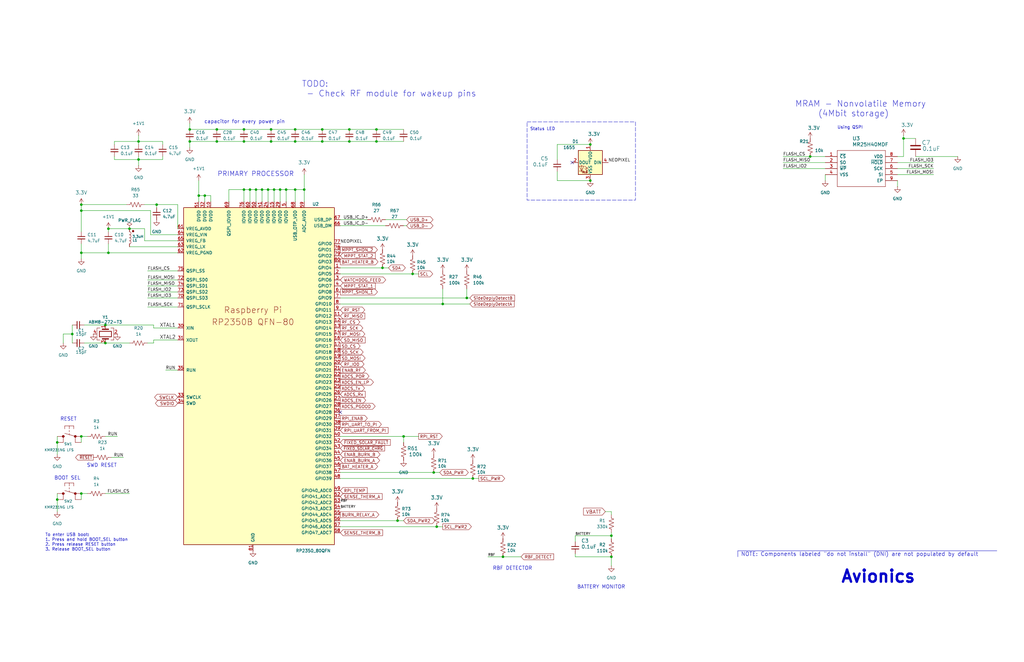
<source format=kicad_sch>
(kicad_sch (version 20231120) (generator "eeschema") (generator_version "8.0")
  (paper "USLedger")
  (title_block (title "PyCubed Mainboard") (date "2024-11-24") (rev "v06c") (company "Stanford Student Space Initiative") (comment 1 "Ethan Brinser"))
  (junction (at 34.29 208.28))
  (junction (at 124.46 59.69))
  (junction (at 186.69 128.27))
  (junction (at 45.72 96.52))
  (junction (at 34.29 88.9))
  (junction (at 114.3 54.61))
  (junction (at 58.42 67.31))
  (junction (at 199.39 201.93))
  (junction (at 248.92 76.2))
  (junction (at 24.13 186.69))
  (junction (at 34.29 106.68))
  (junction (at 80.01 54.61))
  (junction (at 147.32 59.69))
  (junction (at 120.65 80.01))
  (junction (at 128.27 80.01))
  (junction (at 173.99 115.57))
  (junction (at 381 58.42))
  (junction (at 105.41 80.01))
  (junction (at 91.44 59.69))
  (junction (at 341.63 66.04))
  (junction (at 44.45 137.16))
  (junction (at 167.64 219.71))
  (junction (at 102.87 80.01))
  (junction (at 158.75 54.61))
  (junction (at 86.36 82.55))
  (junction (at 248.92 60.96))
  (junction (at 184.15 222.25))
  (junction (at 257.81 234.95))
  (junction (at 66.04 86.36))
  (junction (at 34.29 184.15))
  (junction (at 54.61 96.52))
  (junction (at 102.87 59.69))
  (junction (at 170.18 184.15))
  (junction (at 102.87 54.61))
  (junction (at 83.82 82.55))
  (junction (at 44.45 144.78))
  (junction (at 257.81 226.06))
  (junction (at 147.32 54.61))
  (junction (at 115.57 80.01))
  (junction (at 58.42 59.69))
  (junction (at 107.95 80.01))
  (junction (at 124.46 54.61))
  (junction (at 34.29 86.36))
  (junction (at 91.44 54.61))
  (junction (at 24.13 210.82))
  (junction (at 182.88 199.39))
  (junction (at 158.75 59.69))
  (junction (at 212.09 234.95))
  (junction (at 118.11 80.01))
  (junction (at 135.89 54.61))
  (junction (at 114.3 59.69))
  (junction (at 110.49 80.01))
  (junction (at 45.72 106.68))
  (junction (at 196.85 125.73))
  (junction (at 113.03 80.01))
  (junction (at 80.01 59.69))
  (junction (at 30.48 140.97))
  (junction (at 135.89 59.69))
  (junction (at 161.29 113.03))
  (junction (at 124.46 80.01))
  (no_connect (at 241.3 68.58))
  (no_connect (at 143.51 173.99))
  (wire (pts (xy 74.93 138.43) (xy 64.77 138.43)))
  (wire (pts (xy 143.51 201.93) (xy 199.39 201.93)))
  (wire (pts (xy 54.61 104.14) (xy 74.93 104.14)))
  (wire (pts (xy 83.82 82.55) (xy 83.82 85.09)))
  (wire (pts (xy 135.89 54.61) (xy 147.32 54.61)))
  (wire (pts (xy 74.93 101.6) (xy 60.96 101.6)))
  (wire (pts (xy 24.13 210.82) (xy 24.13 215.9)))
  (wire (pts (xy 91.44 54.61) (xy 102.87 54.61)))
  (wire (pts (xy 48.26 67.31) (xy 58.42 67.31)))
  (wire (pts (xy 378.46 71.12) (xy 393.7 71.12)))
  (polyline (pts (xy 311.15 234.95) (xy 311.15 232.41)))
  (wire (pts (xy 34.29 210.82) (xy 34.29 208.28)))
  (wire (pts (xy 34.29 88.9) (xy 34.29 97.79)))
  (wire (pts (xy 257.81 234.95) (xy 257.81 238.76)))
  (wire (pts (xy 386.08 66.04) (xy 403.86 66.04)))
  (wire (pts (xy 62.23 123.19) (xy 74.93 123.19)))
  (wire (pts (xy 58.42 67.31) (xy 68.58 67.31)))
  (wire (pts (xy 45.72 102.87) (xy 45.72 106.68)))
  (wire (pts (xy 257.81 226.06) (xy 242.57 226.06)))
  (wire (pts (xy 381 66.04) (xy 381 58.42)))
  (wire (pts (xy 96.52 85.09) (xy 96.52 80.01)))
  (wire (pts (xy 35.56 144.78) (xy 44.45 144.78)))
  (wire (pts (xy 64.77 143.51) (xy 64.77 144.78)))
  (wire (pts (xy 143.51 113.03) (xy 161.29 113.03)))
  (wire (pts (xy 378.46 66.04) (xy 381 66.04)))
  (wire (pts (xy 80.01 54.61) (xy 91.44 54.61)))
  (wire (pts (xy 234.95 76.2) (xy 248.92 76.2)))
  (wire (pts (xy 154.94 92.71) (xy 143.51 92.71)))
  (wire (pts (xy 118.11 80.01) (xy 120.65 80.01)))
  (wire (pts (xy 80.01 52.07) (xy 80.01 54.61)))
  (wire (pts (xy 74.93 99.06) (xy 63.5 99.06)))
  (wire (pts (xy 205.74 234.95) (xy 212.09 234.95)))
  (wire (pts (xy 58.42 57.15) (xy 58.42 59.69)))
  (wire (pts (xy 53.34 86.36) (xy 34.29 86.36)))
  (wire (pts (xy 143.51 199.39) (xy 182.88 199.39)))
  (wire (pts (xy 45.72 96.52) (xy 54.61 96.52)))
  (wire (pts (xy 30.48 137.16) (xy 30.48 140.97)))
  (wire (pts (xy 44.45 184.15) (xy 49.53 184.15)))
  (wire (pts (xy 171.45 95.25) (xy 170.18 95.25)))
  (wire (pts (xy 118.11 80.01) (xy 118.11 85.09)))
  (wire (pts (xy 88.9 82.55) (xy 86.36 82.55)))
  (wire (pts (xy 257.81 226.06) (xy 257.81 227.33)))
  (wire (pts (xy 88.9 85.09) (xy 88.9 82.55)))
  (wire (pts (xy 185.42 199.39) (xy 182.88 199.39)))
  (wire (pts (xy 60.96 101.6) (xy 60.96 96.52)))
  (wire (pts (xy 62.23 114.3) (xy 74.93 114.3)))
  (wire (pts (xy 26.67 140.97) (xy 30.48 140.97)))
  (wire (pts (xy 170.18 184.15) (xy 170.18 186.69)))
  (wire (pts (xy 120.65 80.01) (xy 124.46 80.01)))
  (wire (pts (xy 48.26 60.96) (xy 48.26 59.69)))
  (wire (pts (xy 105.41 80.01) (xy 105.41 85.09)))
  (wire (pts (xy 124.46 54.61) (xy 135.89 54.61)))
  (wire (pts (xy 128.27 80.01) (xy 128.27 85.09)))
  (wire (pts (xy 102.87 54.61) (xy 114.3 54.61)))
  (wire (pts (xy 234.95 60.96) (xy 234.95 67.31)))
  (wire (pts (xy 45.72 106.68) (xy 74.93 106.68)))
  (wire (pts (xy 163.83 113.03) (xy 161.29 113.03)))
  (wire (pts (xy 330.2 68.58) (xy 347.98 68.58)))
  (wire (pts (xy 170.18 219.71) (xy 167.64 219.71)))
  (wire (pts (xy 58.42 67.31) (xy 58.42 69.85)))
  (wire (pts (xy 212.09 234.95) (xy 219.71 234.95)))
  (wire (pts (xy 63.5 88.9) (xy 34.29 88.9)))
  (wire (pts (xy 80.01 59.69) (xy 80.01 62.23)))
  (wire (pts (xy 115.57 80.01) (xy 118.11 80.01)))
  (wire (pts (xy 58.42 59.69) (xy 58.42 60.96)))
  (wire (pts (xy 74.93 86.36) (xy 66.04 86.36)))
  (wire (pts (xy 62.23 144.78) (xy 64.77 144.78)))
  (wire (pts (xy 124.46 80.01) (xy 124.46 85.09)))
  (wire (pts (xy 62.23 125.73) (xy 74.93 125.73)))
  (wire (pts (xy 347.98 73.66) (xy 347.98 76.2)))
  (wire (pts (xy 120.65 80.01) (xy 120.65 85.09)))
  (wire (pts (xy 26.67 144.78) (xy 26.67 140.97)))
  (wire (pts (xy 186.69 128.27) (xy 198.12 128.27)))
  (wire (pts (xy 242.57 233.68) (xy 242.57 234.95)))
  (wire (pts (xy 128.27 80.01) (xy 128.27 73.66)))
  (wire (pts (xy 30.48 140.97) (xy 30.48 144.78)))
  (wire (pts (xy 257.81 224.79) (xy 257.81 226.06)))
  (wire (pts (xy 147.32 54.61) (xy 158.75 54.61)))
  (wire (pts (xy 113.03 80.01) (xy 113.03 85.09)))
  (wire (pts (xy 115.57 80.01) (xy 115.57 85.09)))
  (wire (pts (xy 176.53 115.57) (xy 173.99 115.57)))
  (wire (pts (xy 44.45 208.28) (xy 54.61 208.28)))
  (wire (pts (xy 91.44 59.69) (xy 102.87 59.69)))
  (wire (pts (xy 234.95 60.96) (xy 248.92 60.96)))
  (wire (pts (xy 242.57 228.6) (xy 242.57 226.06)))
  (wire (pts (xy 107.95 80.01) (xy 107.95 85.09)))
  (wire (pts (xy 69.85 156.21) (xy 74.93 156.21)))
  (wire (pts (xy 110.49 80.01) (xy 110.49 85.09)))
  (wire (pts (xy 135.89 59.69) (xy 147.32 59.69)))
  (wire (pts (xy 96.52 80.01) (xy 102.87 80.01)))
  (wire (pts (xy 80.01 59.69) (xy 91.44 59.69)))
  (wire (pts (xy 386.08 58.42) (xy 381 58.42)))
  (wire (pts (xy 162.56 95.25) (xy 143.51 95.25)))
  (wire (pts (xy 124.46 59.69) (xy 135.89 59.69)))
  (wire (pts (xy 330.2 71.12) (xy 347.98 71.12)))
  (wire (pts (xy 34.29 106.68) (xy 34.29 109.22)))
  (wire (pts (xy 114.3 54.61) (xy 124.46 54.61)))
  (wire (pts (xy 158.75 59.69) (xy 170.18 59.69)))
  (wire (pts (xy 58.42 59.69) (xy 68.58 59.69)))
  (wire (pts (xy 74.93 143.51) (xy 64.77 143.51)))
  (wire (pts (xy 378.46 73.66) (xy 393.7 73.66)))
  (wire (pts (xy 105.41 80.01) (xy 107.95 80.01)))
  (wire (pts (xy 102.87 85.09) (xy 102.87 80.01)))
  (wire (pts (xy 45.72 96.52) (xy 45.72 97.79)))
  (wire (pts (xy 86.36 85.09) (xy 86.36 82.55)))
  (wire (pts (xy 114.3 59.69) (xy 124.46 59.69)))
  (wire (pts (xy 54.61 96.52) (xy 60.96 96.52)))
  (wire (pts (xy 378.46 76.2) (xy 378.46 78.74)))
  (wire (pts (xy 113.03 80.01) (xy 115.57 80.01)))
  (wire (pts (xy 74.93 86.36) (xy 74.93 96.52)))
  (wire (pts (xy 24.13 184.15) (xy 24.13 186.69)))
  (wire (pts (xy 171.45 92.71) (xy 162.56 92.71)))
  (wire (pts (xy 186.69 222.25) (xy 184.15 222.25)))
  (wire (pts (xy 34.29 208.28) (xy 36.83 208.28)))
  (wire (pts (xy 44.45 144.78) (xy 54.61 144.78)))
  (wire (pts (xy 48.26 66.04) (xy 48.26 67.31)))
  (wire (pts (xy 330.2 66.04) (xy 341.63 66.04)))
  (polyline (pts (xy 311.15 232.41) (xy 420.37 232.41)))
  (wire (pts (xy 341.63 66.04) (xy 347.98 66.04)))
  (wire (pts (xy 234.95 72.39) (xy 234.95 76.2)))
  (wire (pts (xy 46.99 193.04) (xy 52.07 193.04)))
  (wire (pts (xy 34.29 186.69) (xy 34.29 184.15)))
  (wire (pts (xy 34.29 102.87) (xy 34.29 106.68)))
  (wire (pts (xy 378.46 68.58) (xy 393.7 68.58)))
  (wire (pts (xy 196.85 125.73) (xy 198.12 125.73)))
  (wire (pts (xy 102.87 59.69) (xy 114.3 59.69)))
  (wire (pts (xy 196.85 121.92) (xy 196.85 125.73)))
  (wire (pts (xy 83.82 82.55) (xy 86.36 82.55)))
  (wire (pts (xy 83.82 76.2) (xy 83.82 82.55)))
  (wire (pts (xy 107.95 80.01) (xy 110.49 80.01)))
  (wire (pts (xy 35.56 137.16) (xy 44.45 137.16)))
  (wire (pts (xy 102.87 80.01) (xy 105.41 80.01)))
  (wire (pts (xy 34.29 106.68) (xy 45.72 106.68)))
  (wire (pts (xy 24.13 186.69) (xy 24.13 191.77)))
  (wire (pts (xy 143.51 128.27) (xy 186.69 128.27)))
  (wire (pts (xy 48.26 59.69) (xy 58.42 59.69)))
  (wire (pts (xy 62.23 120.65) (xy 74.93 120.65)))
  (wire (pts (xy 58.42 66.04) (xy 58.42 67.31)))
  (wire (pts (xy 34.29 86.36) (xy 34.29 88.9)))
  (wire (pts (xy 158.75 54.61) (xy 170.18 54.61)))
  (wire (pts (xy 24.13 208.28) (xy 24.13 210.82)))
  (wire (pts (xy 110.49 80.01) (xy 113.03 80.01)))
  (wire (pts (xy 381 58.42) (xy 381 57.15)))
  (wire (pts (xy 63.5 99.06) (xy 63.5 88.9)))
  (wire (pts (xy 147.32 59.69) (xy 158.75 59.69)))
  (wire (pts (xy 68.58 60.96) (xy 68.58 59.69)))
  (wire (pts (xy 143.51 219.71) (xy 167.64 219.71)))
  (wire (pts (xy 143.51 125.73) (xy 196.85 125.73)))
  (wire (pts (xy 255.27 215.9) (xy 257.81 215.9)))
  (wire (pts (xy 242.57 234.95) (xy 257.81 234.95)))
  (wire (pts (xy 201.93 201.93) (xy 199.39 201.93)))
  (wire (pts (xy 124.46 80.01) (xy 128.27 80.01)))
  (wire (pts (xy 68.58 66.04) (xy 68.58 67.31)))
  (wire (pts (xy 64.77 138.43) (xy 64.77 137.16)))
  (wire (pts (xy 257.81 215.9) (xy 257.81 217.17)))
  (wire (pts (xy 143.51 115.57) (xy 173.99 115.57)))
  (wire (pts (xy 66.04 86.36) (xy 66.04 87.63)))
  (wire (pts (xy 62.23 118.11) (xy 74.93 118.11)))
  (wire (pts (xy 143.51 222.25) (xy 184.15 222.25)))
  (wire (pts (xy 170.18 184.15) (xy 176.53 184.15)))
  (wire (pts (xy 62.23 129.54) (xy 74.93 129.54)))
  (wire (pts (xy 44.45 137.16) (xy 64.77 137.16)))
  (wire (pts (xy 66.04 86.36) (xy 60.96 86.36)))
  (wire (pts (xy 186.69 121.92) (xy 186.69 128.27)))
  (wire (pts (xy 143.51 184.15) (xy 170.18 184.15)))
  (wire (pts (xy 34.29 184.15) (xy 36.83 184.15)))
  (rectangle (start 222.25 51.435) (end 267.97 84.455) (stroke (width 0) (type dash)))
  (text "BATTERY MONITOR\n" (at 243.332 248.666 0) (effects (font (size 1.4986 1.4986)) (justify left bottom)))
  (text "PRIMARY PROCESSOR" (at 91.694 74.676 0) (effects (font (size 2.0066 2.0066)) (justify left bottom)))
  (text "SWD RESET\n" (at 36.576 197.358 0) (effects (font (size 1.4986 1.4986)) (justify left bottom)))
  (text "TODO:\n - Check RF module for wakeup pins" (at 127.254 37.592 0) (effects (font (size 2.54 2.54)) (justify left)))
  (text "Avionics" (at 354.33 246.38 0) (effects (font (size 5.08 5.08) (thickness 1.016) (bold yes)) (justify left bottom)))
  (text "MRAM - Nonvolatile Memory\n     (4Mbit storage)" (at 335.28 49.53 0) (effects (font (size 2.54 2.54)) (justify left bottom)))
  (text "BOOT SEL" (at 22.86 202.692 0) (effects (font (size 1.4986 1.4986)) (justify left bottom)))
  (text "Using QSPI" (at 353.06 54.61 0) (effects (font (size 1.27 1.27)) (justify left bottom)))
  (text "NOTE: Components labeled \"do not install\" (DNI) are not populated by default" (at 312.42 234.95 0) (effects (font (size 1.651 1.651)) (justify left bottom)))
  (text "RESET" (at 25.4 177.8 0) (effects (font (size 1.4986 1.4986)) (justify left bottom)))
  (text "RBF DETECTOR\n" (at 207.772 240.792 0) (effects (font (size 1.4986 1.4986)) (justify left bottom)))
  (text "To enter USB boot:\n1. Press and hold BOOT_SEL button\n2. Press release RESET button\n3. Release BOOT_SEL button" (at 19.05 228.854 0) (effects (font (size 1.27 1.27)) (justify left)))
  (text "capacitor for every power pin\n" (at 86.106 52.324 0) (effects (font (size 1.4986 1.4986)) (justify left bottom)))
  (text "Status LED" (at 223.52 55.245 0) (effects (font (size 1.27 1.27)) (justify left bottom)))
  (label "NEOPIXEL" (at 256.54 68.58 0))
  (label "USB_IC_D+" (at 144.78 92.71 0))
  (label "FLASH_CS" (at 54.61 208.28 180))
  (label "RUN" (at 52.07 193.04 180))
  (label "FLASH_SCK" (at 62.23 129.54 0))
  (label "RUN" (at 69.85 156.21 0))
  (label "RUN" (at 49.53 184.15 180))
  (label "RBF" (at 205.74 234.95 0) (effects (font (size 1.016 1.016))))
  (label "XTAL2" (at 67.31 143.51 0) (effects (font (size 1.524 1.524))))
  (label "FLASH_IO2" (at 62.23 123.19 0))
  (label "XTAL1" (at 67.31 138.43 0) (effects (font (size 1.524 1.524))))
  (label "FLASH_CS" (at 330.2 66.04 0))
  (label "FLASH_MOSI" (at 393.7 73.66 180))
  (label "FLASH_CS" (at 62.23 114.3 0))
  (label "NEOPIXEL" (at 143.51 102.87 0))
  (label "RBF" (at 143.51 212.09 0) (effects (font (size 1.016 1.016))))
  (label "FLASH_IO3" (at 393.7 68.58 180))
  (label "BATTERY" (at 143.51 214.63 0) (effects (font (size 1.016 1.016))))
  (label "FLASH_IO3" (at 62.23 125.73 0))
  (label "FLASH_IO2" (at 330.2 71.12 0))
  (label "USB_IC_D-" (at 144.78 95.25 0))
  (label "FLASH_MOSI" (at 62.23 118.11 0))
  (label "FLASH_MISO" (at 330.2 68.58 0))
  (label "FLASH_SCK" (at 393.7 71.12 180))
  (label "FLASH_MISO" (at 62.23 120.65 0))
  (label "BATTERY" (at 242.57 226.06 0) (effects (font (size 1.016 1.016))))
  (global_label "VBATT" (shape input) (at 255.27 215.9 180) (effects (font (size 1.4986 1.4986))) (property "Intersheetrefs" "${INTERSHEET_REFS}" (effects (hide yes))))
  (global_label "MPPT_STAT_2" (shape input) (at 143.51 107.95 0) (property "Intersheetrefs" "${INTERSHEET_REFS}" (effects (hide yes))))
  (global_label "SCL" (shape output) (at 176.53 115.57 0) (property "Intersheetrefs" "${INTERSHEET_REFS}" (effects (hide yes))))
  (global_label "RBF_DETECT" (shape input) (at 219.71 234.95 0) (property "Intersheetrefs" "${INTERSHEET_REFS}" (effects (hide yes))))
  (global_label "SD_MOSI" (shape output) (at 143.51 151.13 0) (property "Intersheetrefs" "${INTERSHEET_REFS}" (effects (hide yes))))
  (global_label "ADCS_POR" (shape output) (at 143.51 158.75 0) (property "Intersheetrefs" "${INTERSHEET_REFS}" (effects (hide yes))))
  (global_label "SWCLK" (shape bidirectional) (at 74.93 167.64 180) (property "Intersheetrefs" "${INTERSHEET_REFS}" (effects (hide yes))))
  (global_label "SCL_PWR" (shape output) (at 201.93 201.93 0) (property "Intersheetrefs" "${INTERSHEET_REFS}" (effects (hide yes))))
  (global_label "ENAB_BURN_B" (shape bidirectional) (at 143.51 191.77 0) (property "Intersheetrefs" "${INTERSHEET_REFS}" (effects (hide yes))))
  (global_label "BAT_HEATER_A" (shape output) (at 143.51 196.85 0) (property "Intersheetrefs" "${INTERSHEET_REFS}" (effects (hide yes))))
  (global_label "WATCHDOG_FEED" (shape bidirectional) (at 143.51 118.11 0) (property "Intersheetrefs" "${INTERSHEET_REFS}" (effects (hide yes))))
  (global_label "RPI_TEMP" (shape input) (at 143.51 207.01 0) (property "Intersheetrefs" "${INTERSHEET_REFS}" (effects (hide yes))))
  (global_label "~{FIXED_SOLAR_CHRG}" (shape input) (at 143.51 189.23 0) (effects (font (size 1.143 1.143))) (property "Intersheetrefs" "${INTERSHEET_REFS}" (effects (hide yes))))
  (global_label "~{MPPT_SHDN_1}" (shape output) (at 143.51 123.19 0) (property "Intersheetrefs" "${INTERSHEET_REFS}" (effects (hide yes))))
  (global_label "BAT_HEATER_B" (shape output) (at 143.51 110.49 0) (property "Intersheetrefs" "${INTERSHEET_REFS}" (effects (hide yes))))
  (global_label "ADCS_PGOOD" (shape output) (at 143.51 171.45 0) (property "Intersheetrefs" "${INTERSHEET_REFS}" (effects (hide yes))))
  (global_label "USB_D+" (shape bidirectional) (at 171.45 92.71 0) (property "Intersheetrefs" "${INTERSHEET_REFS}" (effects (hide yes))))
  (global_label "RPI_UART_TO_PI" (shape output) (at 143.51 179.07 0) (property "Intersheetrefs" "${INTERSHEET_REFS}" (effects (hide yes))))
  (global_label "RF_MOSI" (shape output) (at 143.51 140.97 0) (property "Intersheetrefs" "${INTERSHEET_REFS}" (effects (hide yes))))
  (global_label "RF_MISO" (shape input) (at 143.51 133.35 0) (property "Intersheetrefs" "${INTERSHEET_REFS}" (effects (hide yes))))
  (global_label "RPI_ENAB" (shape output) (at 143.51 176.53 0) (property "Intersheetrefs" "${INTERSHEET_REFS}" (effects (hide yes))))
  (global_label "SENSE_THERM_B" (shape input) (at 143.51 224.79 0) (property "Intersheetrefs" "${INTERSHEET_REFS}" (effects (hide yes))))
  (global_label "MPPT_STAT_1" (shape input) (at 143.51 120.65 0) (property "Intersheetrefs" "${INTERSHEET_REFS}" (effects (hide yes))))
  (global_label "SDA_PWR" (shape bidirectional) (at 185.42 199.39 0) (property "Intersheetrefs" "${INTERSHEET_REFS}" (effects (hide yes))))
  (global_label "USB_D-" (shape bidirectional) (at 171.45 95.25 0) (property "Intersheetrefs" "${INTERSHEET_REFS}" (effects (hide yes))))
  (global_label "ADCS_EN" (shape output) (at 143.51 168.91 0) (property "Intersheetrefs" "${INTERSHEET_REFS}" (effects (hide yes))))
  (global_label "ADCS_Rx" (shape input) (at 143.51 166.37 0) (property "Intersheetrefs" "${INTERSHEET_REFS}" (effects (hide yes))))
  (global_label "SDA" (shape bidirectional) (at 163.83 113.03 0) (property "Intersheetrefs" "${INTERSHEET_REFS}" (effects (hide yes))))
  (global_label "SD_CS" (shape output) (at 143.51 146.05 0) (property "Intersheetrefs" "${INTERSHEET_REFS}" (effects (hide yes))))
  (global_label "RF_RST" (shape bidirectional) (at 143.51 130.81 0) (property "Intersheetrefs" "${INTERSHEET_REFS}" (effects (hide yes))))
  (global_label "RPI_RST" (shape output) (at 176.53 184.15 0) (property "Intersheetrefs" "${INTERSHEET_REFS}" (effects (hide yes))))
  (global_label "~{RESET}" (shape output) (at 39.37 193.04 180) (effects (font (size 1.1684 1.1684))) (property "Intersheetrefs" "${INTERSHEET_REFS}" (effects (hide yes))))
  (global_label "~{MPPT_SHDN_2}" (shape output) (at 143.51 105.41 0) (property "Intersheetrefs" "${INTERSHEET_REFS}" (effects (hide yes))))
  (global_label "SD_SCK" (shape output) (at 143.51 148.59 0) (property "Intersheetrefs" "${INTERSHEET_REFS}" (effects (hide yes))))
  (global_label "RPI_UART_FROM_PI" (shape input) (at 143.51 181.61 0) (property "Intersheetrefs" "${INTERSHEET_REFS}" (effects (hide yes))))
  (global_label "RF_SCK" (shape output) (at 143.51 138.43 0) (property "Intersheetrefs" "${INTERSHEET_REFS}" (effects (hide yes))))
  (global_label "RF_IO0" (shape bidirectional) (at 143.51 153.67 0) (property "Intersheetrefs" "${INTERSHEET_REFS}" (effects (hide yes))))
  (global_label "ADCS_EN_LP" (shape output) (at 143.51 161.29 0) (property "Intersheetrefs" "${INTERSHEET_REFS}" (effects (hide yes))))
  (global_label "SD_MISO" (shape input) (at 143.51 143.51 0) (property "Intersheetrefs" "${INTERSHEET_REFS}" (effects (hide yes))))
  (global_label "BURN_RELAY_A" (shape output) (at 143.51 217.17 0) (property "Intersheetrefs" "${INTERSHEET_REFS}" (effects (hide yes))))
  (global_label "SideDeplyDetectB" (shape input) (at 198.12 125.73 0) (property "Intersheetrefs" "${INTERSHEET_REFS}" (effects (hide yes))))
  (global_label "SideDeplyDetectA" (shape input) (at 198.12 128.27 0) (property "Intersheetrefs" "${INTERSHEET_REFS}" (effects (hide yes))))
  (global_label "SDA_PWR2" (shape bidirectional) (at 170.18 219.71 0) (property "Intersheetrefs" "${INTERSHEET_REFS}" (effects (hide yes))))
  (global_label "SWDIO" (shape bidirectional) (at 74.93 170.18 180) (property "Intersheetrefs" "${INTERSHEET_REFS}" (effects (hide yes))))
  (global_label "RF_CS" (shape output) (at 143.51 135.89 0) (property "Intersheetrefs" "${INTERSHEET_REFS}" (effects (hide yes))))
  (global_label "SCL_PWR2" (shape output) (at 186.69 222.25 0) (property "Intersheetrefs" "${INTERSHEET_REFS}" (effects (hide yes))))
  (global_label "ADCS_Tx" (shape output) (at 143.51 163.83 0) (property "Intersheetrefs" "${INTERSHEET_REFS}" (effects (hide yes))))
  (global_label "ENAB_BURN_A" (shape bidirectional) (at 143.51 194.31 0) (property "Intersheetrefs" "${INTERSHEET_REFS}" (effects (hide yes))))
  (global_label "ENAB_RF" (shape output) (at 143.51 156.21 0) (property "Intersheetrefs" "${INTERSHEET_REFS}" (effects (hide yes))))
  (global_label "~{FIXED_SOLAR_FAULT}" (shape input) (at 143.51 186.69 0) (property "Intersheetrefs" "${INTERSHEET_REFS}" (effects (hide yes))))
  (global_label "SENSE_THERM_A" (shape input) (at 143.51 209.55 0) (property "Intersheetrefs" "${INTERSHEET_REFS}" (effects (hide yes))))
  (symbol (lib_id "ssi_IC:RP2350_80QFN") (at 106.68 135.89 0) (unit 1)
    (property "Reference" "U2" (at 133.096 86.106 0))
    (property "Value" "RP2350_80QFN" (at 132.08 232.41 0))
    (property "Footprint" "ssi_IC:RP2350-QFN-80-1EP_10x10_P0.4mm_EP3.4x3.4mm_ThermalVias" (effects (hide yes)))
    (property "Datasheet" "https://datasheets.raspberrypi.com/rp2350/rp2350-datasheet.pdf" (effects (hide yes)))
  )
  (symbol (lib_id "Device:C_Small") (at 34.29 100.33 0) (unit 1)
    (property "Reference" "C11" (at 36.83 99.0662 0) (effects (justify left)))
    (property "Value" "4.7uF" (at 36.83 101.6062 0) (effects (justify left)))
    (property "Footprint" "Capacitor_SMD:C_0603_1608Metric" (effects (hide yes)))
    (property "Description" "Unpolarized capacitor, small symbol" (effects (hide yes)))
  )
  (symbol (lib_id "Device:C_Small") (at 102.87 57.15 0) (unit 1)
    (property "Reference" "C40" (at 105.41 55.8862 0) (effects (justify left)))
    (property "Value" "0.1uF" (at 105.41 58.4262 0) (effects (justify left)))
    (property "Footprint" "Capacitor_SMD:C_0603_1608Metric" (effects (hide yes)))
    (property "Description" "Unpolarized capacitor, small symbol" (effects (hide yes)))
  )
  (symbol (lib_id "Device:R_US") (at 158.75 92.71 90) (unit 1)
    (property "Reference" "R66" (at 158.75 86.36 90))
    (property "Value" "27" (at 158.75 88.9 90))
    (property "Footprint" "Resistor_SMD:R_0603_1608Metric" (effects (hide yes)))
    (property "Description" "Resistor, US symbol" (effects (hide yes)))
  )
  (symbol (lib_id "power:+3.3V") (at 173.99 107.95 0) (unit 1)
    (property "Reference" "#SUPPLY013" (effects (hide yes)))
    (property "Value" "3.3V" (at 171.45 104.14 0) (effects (font (size 1.4986 1.4986)) (justify left bottom)))
    (property "Description" "Power symbol creates a global label with name \"+3.3V\"" (effects (hide yes)))
  )
  (symbol (lib_id "Device:C_Small") (at 114.3 57.15 0) (unit 1)
    (property "Reference" "C45" (at 116.84 55.8862 0) (effects (justify left)))
    (property "Value" "0.1uF" (at 116.84 58.4262 0) (effects (justify left)))
    (property "Footprint" "Capacitor_SMD:C_0603_1608Metric" (effects (hide yes)))
    (property "Description" "Unpolarized capacitor, small symbol" (effects (hide yes)))
  )
  (symbol (lib_id "power:GND") (at 378.46 78.74 0) (unit 1)
    (property "Reference" "#PWR017" (effects (hide yes)))
    (property "Value" "GND" (at 378.46 83.82 0))
  )
  (symbol (lib_id "power:+3.3V") (at 184.15 214.63 0) (unit 1)
    (property "Reference" "#SUPPLY017" (effects (hide yes)))
    (property "Value" "3.3V" (at 181.61 210.82 0) (effects (font (size 1.4986 1.4986)) (justify left bottom)))
    (property "Description" "Power symbol creates a global label with name \"+3.3V\"" (effects (hide yes)))
  )
  (symbol (lib_id "Device:R_US") (at 161.29 109.22 0) (mirror y) (unit 1)
    (property "Reference" "R44" (at 163.0172 108.0516 0) (effects (justify right)))
    (property "Value" "10k" (at 163.0172 110.363 0) (effects (justify right)))
    (property "Footprint" "Resistor_SMD:R_0603_1608Metric" (effects (hide yes)))
    (property "Description" "10K 0603" (effects (hide yes)))
  )
  (symbol (lib_id "ssi_switch:KMR231NG LFS") (at 29.21 184.15 0) (mirror y) (unit 1)
    (property "Reference" "SW1" (at 30.48 187.96 0) (effects (font (size 1.0668 1.0668)) (justify left bottom)))
    (property "Value" "KMR231NG LFS" (at 31.115 190.5 0) (effects (font (size 1.0668 1.0668)) (justify left bottom)))
    (property "Footprint" "ssi_switch:BTN_KMR2_4.6X2.8" (effects (hide yes)))
    (property "Datasheet" "https://www.ckswitches.com/media/1479/kmr2.pdf" (effects (hide yes)))
    (property "Description" "Tactile Switch SPST-NO" (effects (hide yes)))
    (property "Flight" "KMR231NG LFS" (effects (hide yes)))
    (property "Manufacturer_Name" "C&K" (effects (hide yes)))
    (property "Manufacturer_Part_Number" "KMR231NG LFS" (effects (hide yes)))
    (property "Proto" "KMR231NG LFS" (effects (hide yes)))
  )
  (symbol (lib_id "Device:R_US") (at 170.18 190.5 180) (unit 1)
    (property "Reference" "R61" (at 173.99 189.23 0) (effects (font (size 1.4986 1.4986))))
    (property "Value" "100k" (at 175.26 191.77 0) (effects (font (size 1.4986 1.4986))))
    (property "Footprint" "Resistor_SMD:R_0603_1608Metric" (effects (hide yes)))
    (property "Description" "73.2K 0603" (effects (hide yes)))
  )
  (symbol (lib_id "Device:C") (at 386.08 62.23 0) (unit 1)
    (property "Reference" "C7" (at 388.62 61.214 0) (effects (font (size 1.778 1.778)) (justify left bottom)))
    (property "Value" "0.1uF" (at 388.874 63.754 0) (effects (font (size 1.778 1.778)) (justify left bottom)))
    (property "Footprint" "Capacitor_SMD:C_0603_1608Metric" (effects (hide yes)))
    (property "Description" "Unpolarized capacitor" (effects (hide yes)))
  )
  (symbol (lib_id "power:+3.3V") (at 80.01 52.07 0) (unit 1)
    (property "Reference" "#P+04" (effects (hide yes)))
    (property "Value" "3.3V" (at 80.01 46.99 0) (effects (font (size 1.4986 1.4986))))
    (property "Description" "Power symbol creates a global label with name \"+3.3V\"" (effects (hide yes)))
  )
  (symbol (lib_id "Device:C_Small") (at 242.57 231.14 0) (mirror y) (unit 1)
    (property "Reference" "C3" (at 245.11 227.33 0) (effects (font (size 1.4986 1.4986)) (justify right top)))
    (property "Value" "0.1uF" (at 245.11 229.87 0) (effects (font (size 1.4986 1.4986)) (justify right top)))
    (property "Footprint" "Capacitor_SMD:C_0603_1608Metric" (effects (hide yes)))
    (property "Description" "Unpolarized capacitor, small symbol" (effects (hide yes)))
  )
  (symbol (lib_id "Device:R_US") (at 40.64 184.15 90) (unit 1)
    (property "Reference" "R3" (at 40.64 177.8 90))
    (property "Value" "1k" (at 40.64 180.34 90))
    (property "Footprint" "Resistor_SMD:R_0603_1608Metric" (effects (hide yes)))
    (property "Description" "Resistor, US symbol" (effects (hide yes)))
  )
  (symbol (lib_id "power:+1V1") (at 45.72 96.52 0) (unit 1)
    (property "Reference" "#PWR067" (effects (hide yes)))
    (property "Value" "+1V1" (at 45.72 91.44 0))
    (property "Description" "Power symbol creates a global label with name \"+1V1\"" (effects (hide yes)))
  )
  (symbol (lib_id "Device:C_Small") (at 80.01 57.15 0) (unit 1)
    (property "Reference" "C16" (at 82.55 55.8862 0) (effects (justify left)))
    (property "Value" "0.1uF" (at 82.55 58.4262 0) (effects (justify left)))
    (property "Footprint" "Capacitor_SMD:C_0603_1608Metric" (effects (hide yes)))
    (property "Description" "Unpolarized capacitor, small symbol" (effects (hide yes)))
  )
  (symbol (lib_id "Device:R_US") (at 257.81 231.14 180) (unit 1)
    (property "Reference" "R2" (at 254 229.87 0))
    (property "Value" "110k" (at 254 232.41 0))
    (property "Footprint" "Resistor_SMD:R_0603_1608Metric" (effects (hide yes)))
    (property "Description" "110K 0603" (effects (hide yes)))
  )
  (symbol (lib_id "Device:Crystal_GND24") (at 44.45 140.97 270) (unit 1)
    (property "Reference" "Y1" (at 43.18 133.858 90) (effects (justify left)))
    (property "Value" "ABM8-272-T3" (at 37.338 135.89 90) (effects (justify left)))
    (property "Footprint" "Crystal:Crystal_SMD_3225-4Pin_3.2x2.5mm" (effects (hide yes)))
    (property "Datasheet" "https://abracon.com/datasheets/ABM8-272-T3.pdf" (effects (hide yes)))
  )
  (symbol (lib_id "power:+3.3V") (at 167.64 212.09 0) (unit 1)
    (property "Reference" "#SUPPLY016" (effects (hide yes)))
    (property "Value" "3.3V" (at 165.1 208.28 0) (effects (font (size 1.4986 1.4986)) (justify left bottom)))
    (property "Description" "Power symbol creates a global label with name \"+3.3V\"" (effects (hide yes)))
  )
  (symbol (lib_id "Device:C_Small") (at 58.42 63.5 0) (unit 1)
    (property "Reference" "C14" (at 60.96 62.2362 0) (effects (justify left)))
    (property "Value" "0.1uF" (at 60.96 64.7762 0) (effects (justify left)))
    (property "Footprint" "Capacitor_SMD:C_0603_1608Metric" (effects (hide yes)))
    (property "Description" "Unpolarized capacitor, small symbol" (effects (hide yes)))
  )
  (symbol (lib_id "Device:R_US") (at 167.64 215.9 0) (mirror y) (unit 1)
    (property "Reference" "R73" (at 169.3672 214.7316 0) (effects (justify right)))
    (property "Value" "10k" (at 169.3672 217.043 0) (effects (justify right)))
    (property "Footprint" "Resistor_SMD:R_0603_1608Metric" (effects (hide yes)))
    (property "Description" "10K 0603" (effects (hide yes)))
  )
  (symbol (lib_id "Device:R_US") (at 184.15 218.44 0) (mirror y) (unit 1)
    (property "Reference" "R74" (at 185.8772 217.2716 0) (effects (justify right)))
    (property "Value" "10k" (at 185.8772 219.583 0) (effects (justify right)))
    (property "Footprint" "Resistor_SMD:R_0603_1608Metric" (effects (hide yes)))
    (property "Description" "10K 0603" (effects (hide yes)))
  )
  (symbol (lib_id "power:+3.3V") (at 128.27 73.66 0) (unit 1)
    (property "Reference" "#P+07" (effects (hide yes)))
    (property "Value" "3.3V" (at 128.27 68.58 0) (effects (font (size 1.4986 1.4986))))
    (property "Description" "Power symbol creates a global label with name \"+3.3V\"" (effects (hide yes)))
  )
  (symbol (lib_id "power:GND") (at 66.04 92.71 0) (unit 1)
    (property "Reference" "#PWR056" (effects (hide yes)))
    (property "Value" "GND" (at 66.04 97.79 0))
    (property "Description" "Power symbol creates a global label with name \"GND\" , ground" (effects (hide yes)))
  )
  (symbol (lib_id "power:GND") (at 49.53 140.97 0) (unit 1)
    (property "Reference" "#PWR063" (effects (hide yes)))
    (property "Value" "GND" (at 49.53 146.05 0))
    (property "Description" "Power symbol creates a global label with name \"GND\" , ground" (effects (hide yes)))
  )
  (symbol (lib_id "Device:C_Small") (at 68.58 63.5 0) (unit 1)
    (property "Reference" "C15" (at 71.12 62.2362 0) (effects (justify left)))
    (property "Value" "4.7uF" (at 71.12 64.7762 0) (effects (justify left)))
    (property "Footprint" "Capacitor_SMD:C_0603_1608Metric" (effects (hide yes)))
    (property "Description" "Unpolarized capacitor, small symbol" (effects (hide yes)))
  )
  (symbol (lib_id "Device:C_Small") (at 135.89 57.15 0) (unit 1)
    (property "Reference" "C47" (at 138.43 55.8862 0) (effects (justify left)))
    (property "Value" "0.1uF" (at 138.43 58.4262 0) (effects (justify left)))
    (property "Footprint" "Capacitor_SMD:C_0603_1608Metric" (effects (hide yes)))
    (property "Description" "Unpolarized capacitor, small symbol" (effects (hide yes)))
  )
  (symbol (lib_id "Device:R_US") (at 166.37 95.25 90) (unit 1)
    (property "Reference" "R67" (at 166.37 88.9 90))
    (property "Value" "27" (at 166.37 91.44 90))
    (property "Footprint" "Resistor_SMD:R_0603_1608Metric" (effects (hide yes)))
    (property "Description" "Resistor, US symbol" (effects (hide yes)))
  )
  (symbol (lib_id "Device:R_US") (at 186.69 118.11 0) (unit 1)
    (property "Reference" "R27" (at 189.23 116.84 0) (effects (justify left)))
    (property "Value" "100k" (at 189.23 119.38 0) (effects (justify left)))
    (property "Footprint" "Resistor_SMD:R_0603_1608Metric" (effects (hide yes)))
  )
  (symbol (lib_id "power:GND") (at 34.29 109.22 0) (unit 1)
    (property "Reference" "#PWR068" (effects (hide yes)))
    (property "Value" "GND" (at 34.29 114.3 0))
    (property "Description" "Power symbol creates a global label with name \"GND\" , ground" (effects (hide yes)))
  )
  (symbol (lib_id "power:+3.3V") (at 186.69 114.3 0) (unit 1)
    (property "Reference" "#SUPPLY010" (effects (hide yes)))
    (property "Value" "3.3V" (at 184.15 110.49 0) (effects (font (size 1.4986 1.4986)) (justify left bottom)))
    (property "Description" "Power symbol creates a global label with name \"+3.3V\"" (effects (hide yes)))
  )
  (symbol (lib_id "power:GND") (at 170.18 194.31 0) (unit 1)
    (property "Reference" "#PWR08" (effects (hide yes)))
    (property "Value" "GND" (at 170.18 199.39 0))
  )
  (symbol (lib_id "power:GND") (at 24.13 191.77 0) (unit 1)
    (property "Reference" "#PWR05" (effects (hide yes)))
    (property "Value" "GND" (at 24.13 196.85 0))
  )
  (symbol (lib_id "Device:R_US") (at 43.18 193.04 90) (unit 1)
    (property "Reference" "R23" (at 43.18 186.69 90))
    (property "Value" "1k" (at 43.18 189.23 90))
    (property "Footprint" "Resistor_SMD:R_0603_1608Metric" (effects (hide yes)))
    (property "Description" "Resistor, US symbol" (effects (hide yes)))
  )
  (symbol (lib_id "power:+3.3V") (at 34.29 86.36 0) (unit 1)
    (property "Reference" "#P+05" (effects (hide yes)))
    (property "Value" "3.3V" (at 34.29 81.28 0) (effects (font (size 1.4986 1.4986))))
    (property "Description" "Power symbol creates a global label with name \"+3.3V\"" (effects (hide yes)))
  )
  (symbol (lib_id "power:GND") (at 58.42 69.85 0) (unit 1)
    (property "Reference" "#PWR071" (effects (hide yes)))
    (property "Value" "GND" (at 58.42 74.93 0))
  )
  (symbol (lib_id "Device:R_US") (at 40.64 208.28 90) (unit 1)
    (property "Reference" "R4" (at 40.64 201.93 90))
    (property "Value" "1k" (at 40.64 204.47 90))
    (property "Footprint" "Resistor_SMD:R_0603_1608Metric" (effects (hide yes)))
    (property "Description" "Resistor, US symbol" (effects (hide yes)))
  )
  (symbol (lib_id "Device:C_Small") (at 66.04 90.17 0) (unit 1)
    (property "Reference" "C12" (at 68.58 88.9062 0) (effects (justify left)))
    (property "Value" "4.7uF" (at 68.58 91.4462 0) (effects (justify left)))
    (property "Footprint" "Capacitor_SMD:C_0603_1608Metric" (effects (hide yes)))
    (property "Description" "Unpolarized capacitor, small symbol" (effects (hide yes)))
  )
  (symbol (lib_id "Device:C_Small") (at 124.46 57.15 0) (unit 1)
    (property "Reference" "C46" (at 127 55.8862 0) (effects (justify left)))
    (property "Value" "0.1uF" (at 127 58.4262 0) (effects (justify left)))
    (property "Footprint" "Capacitor_SMD:C_0603_1608Metric" (effects (hide yes)))
    (property "Description" "Unpolarized capacitor, small symbol" (effects (hide yes)))
  )
  (symbol (lib_id "power:GND") (at 106.68 232.41 0) (unit 1)
    (property "Reference" "#PWR09" (effects (hide yes)))
    (property "Value" "GND" (at 106.68 237.49 0))
  )
  (symbol (lib_id "ssi_inductor:AOTA-B201610S3R3-101-T") (at 54.61 100.33 0) (unit 1)
    (property "Reference" "L1" (at 56.896 101.346 0) (effects (font (size 1.0668 1.0668))))
    (property "Value" "3.3uH" (at 58.166 99.822 0) (effects (font (size 1.0668 1.0668))))
    (property "Footprint" "ssi_inductor:polarized" (effects (hide yes)))
    (property "Datasheet" "https://abracon.com/datasheets/AOTA-B201610S3R3-101-T.pdf" (effects (hide yes)))
    (property "Description" "custom made inductor by raspberry pi" (effects (hide yes)))
  )
  (symbol (lib_id "power:+3.3V") (at 199.39 194.31 0) (unit 1)
    (property "Reference" "#SUPPLY015" (effects (hide yes)))
    (property "Value" "3.3V" (at 196.85 190.5 0) (effects (font (size 1.4986 1.4986)) (justify left bottom)))
    (property "Description" "Power symbol creates a global label with name \"+3.3V\"" (effects (hide yes)))
  )
  (symbol (lib_id "power:GND") (at 403.86 66.04 0) (unit 1)
    (property "Reference" "#PWR018" (effects (hide yes)))
    (property "Value" "GND" (at 403.86 71.12 0))
  )
  (symbol (lib_id "Device:C_Small") (at 33.02 144.78 270) (mirror x) (unit 1)
    (property "Reference" "C2" (at 34.2646 147.066 90))
    (property "Value" "15pF" (at 34.29 148.59 90))
    (property "Footprint" "Capacitor_SMD:C_0603_1608Metric" (effects (hide yes)))
    (property "Description" "Unpolarized capacitor, small symbol" (effects (hide yes)))
  )
  (symbol (lib_id "Device:R_US") (at 341.63 62.23 0) (mirror x) (unit 1)
    (property "Reference" "R21" (at 339.09 59.69 0))
    (property "Value" "10k" (at 345.44 63.5 0))
    (property "Footprint" "Resistor_SMD:R_0603_1608Metric" (effects (hide yes)))
    (property "Description" "10k 0603" (effects (hide yes)))
  )
  (symbol (lib_id "power:GND") (at 26.67 144.78 0) (unit 1)
    (property "Reference" "#PWR062" (effects (hide yes)))
    (property "Value" "GND" (at 26.67 149.86 0))
    (property "Description" "Power symbol creates a global label with name \"GND\" , ground" (effects (hide yes)))
  )
  (symbol (lib_id "power:+1V1") (at 83.82 76.2 0) (unit 1)
    (property "Reference" "#PWR066" (effects (hide yes)))
    (property "Value" "+1V1" (at 83.82 71.12 0))
    (property "Description" "Power symbol creates a global label with name \"+1V1\"" (effects (hide yes)))
  )
  (symbol (lib_id "ssi_IC:MR25H40MDF") (at 347.98 66.04 0) (unit 1)
    (property "Reference" "U3" (at 359.41 58.42 0) (effects (font (size 1.4986 1.4986)) (justify left)))
    (property "Value" "MR25H40MDF" (at 359.41 60.96 0) (effects (font (size 1.4986 1.4986)) (justify left)))
    (property "Footprint" "ssi_IC:SON127P600X500X90-9N" (effects (hide yes)))
    (property "Datasheet" "https://www.winbond.com/resource-files/w25q80dv%20dl_revh_10022015.pdf" (effects (hide yes)))
    (property "Description" "Non-Volatile Memory" (effects (hide yes)))
    (property "Flight" "MR25H40MDF" (effects (hide yes)))
    (property "Manufacturer_Name" "Everspin Technologies Inc." (effects (hide yes)))
    (property "Manufacturer_Part_Number" "W25Q80DVSNIG" (effects (hide yes)))
    (property "Proto" "W25Q80DVSNIG" (effects (hide yes)))
  )
  (symbol (lib_id "power:+3.3V") (at 161.29 105.41 0) (unit 1)
    (property "Reference" "#SUPPLY05" (effects (hide yes)))
    (property "Value" "3.3V" (at 158.75 101.6 0) (effects (font (size 1.4986 1.4986)) (justify left bottom)))
    (property "Description" "Power symbol creates a global label with name \"+3.3V\"" (effects (hide yes)))
  )
  (symbol (lib_id "Device:C_Small") (at 91.44 57.15 0) (unit 1)
    (property "Reference" "C28" (at 93.98 55.8862 0) (effects (justify left)))
    (property "Value" "0.1uF" (at 93.98 58.4262 0) (effects (justify left)))
    (property "Footprint" "Capacitor_SMD:C_0603_1608Metric" (effects (hide yes)))
    (property "Description" "Unpolarized capacitor, small symbol" (effects (hide yes)))
  )
  (symbol (lib_id "Device:C_Small") (at 45.72 100.33 0) (unit 1)
    (property "Reference" "C10" (at 48.26 99.0662 0) (effects (justify left)))
    (property "Value" "4.7uF" (at 48.26 101.6062 0) (effects (justify left)))
    (property "Footprint" "Capacitor_SMD:C_0603_1608Metric" (effects (hide yes)))
    (property "Description" "Unpolarized capacitor, small symbol" (effects (hide yes)))
  )
  (symbol (lib_id "Device:C_Small") (at 158.75 57.15 0) (unit 1)
    (property "Reference" "C49" (at 161.29 55.8862 0) (effects (justify left)))
    (property "Value" "0.1uF" (at 161.29 58.4262 0) (effects (justify left)))
    (property "Footprint" "Capacitor_SMD:C_0603_1608Metric" (effects (hide yes)))
    (property "Description" "Unpolarized capacitor, small symbol" (effects (hide yes)))
  )
  (symbol (lib_id "Device:R_US") (at 212.09 231.14 0) (mirror y) (unit 1)
    (property "Reference" "R22" (at 213.8172 229.9716 0) (effects (justify right)))
    (property "Value" "10k" (at 213.8172 232.283 0) (effects (justify right)))
    (property "Footprint" "Resistor_SMD:R_0603_1608Metric" (effects (hide yes)))
    (property "Description" "10K 0603" (effects (hide yes)))
  )
  (symbol (lib_id "Device:R_US") (at 199.39 198.12 0) (mirror y) (unit 1)
    (property "Reference" "R72" (at 201.1172 196.9516 0) (effects (justify right)))
    (property "Value" "10k" (at 201.1172 199.263 0) (effects (justify right)))
    (property "Footprint" "Resistor_SMD:R_0603_1608Metric" (effects (hide yes)))
    (property "Description" "10K 0603" (effects (hide yes)))
  )
  (symbol (lib_id "ssi_switch:KMR231NG LFS") (at 29.21 208.28 0) (mirror y) (unit 1)
    (property "Reference" "SW2" (at 30.48 212.09 0) (effects (font (size 1.0668 1.0668)) (justify left bottom)))
    (property "Value" "KMR231NG LFS" (at 31.115 214.63 0) (effects (font (size 1.0668 1.0668)) (justify left bottom)))
    (property "Footprint" "ssi_switch:BTN_KMR2_4.6X2.8" (effects (hide yes)))
    (property "Datasheet" "https://www.ckswitches.com/media/1479/kmr2.pdf" (effects (hide yes)))
    (property "Description" "Tactile Switch SPST-NO" (effects (hide yes)))
    (property "Flight" "KMR231NG LFS" (effects (hide yes)))
    (property "Manufacturer_Name" "C&K" (effects (hide yes)))
    (property "Manufacturer_Part_Number" "KMR231NG LFS" (effects (hide yes)))
    (property "Proto" "KMR231NG LFS" (effects (hide yes)))
  )
  (symbol (lib_id "power:PWR_FLAG") (at 54.61 96.52 0) (unit 1)
    (property "Reference" "#FLG03" (effects (hide yes)))
    (property "Value" "PWR_FLAG" (at 54.61 93.0181 0))
  )
  (symbol (lib_id "Device:C_Small") (at 147.32 57.15 0) (unit 1)
    (property "Reference" "C48" (at 149.86 55.8862 0) (effects (justify left)))
    (property "Value" "0.1uF" (at 149.86 58.4262 0) (effects (justify left)))
    (property "Footprint" "Capacitor_SMD:C_0603_1608Metric" (effects (hide yes)))
    (property "Description" "Unpolarized capacitor, small symbol" (effects (hide yes)))
  )
  (symbol (lib_id "Device:C_Small") (at 170.18 57.15 0) (unit 1)
    (property "Reference" "C50" (at 172.72 55.8862 0) (effects (justify left)))
    (property "Value" "0.1uF" (at 172.72 58.4262 0) (effects (justify left)))
    (property "Footprint" "Capacitor_SMD:C_0603_1608Metric" (effects (hide yes)))
    (property "Description" "Unpolarized capacitor, small symbol" (effects (hide yes)))
  )
  (symbol (lib_id "power:GND") (at 248.92 76.2 0) (unit 1)
    (property "Reference" "#PWR011" (effects (hide yes)))
    (property "Value" "GND" (at 248.92 81.28 0))
  )
  (symbol (lib_id "LED:WS2812B") (at 248.92 68.58 0) (mirror y) (unit 1)
    (property "Reference" "D1" (at 241.3 59.69 0) (effects (justify right)))
    (property "Value" "1655" (at 237.49 62.23 0) (effects (justify right)))
    (property "Footprint" "LED_SMD:LED_WS2812B_PLCC4_5.0x5.0mm_P3.2mm" (effects (hide yes)))
    (property "Datasheet" "https://cdn-shop.adafruit.com/datasheets/WS2812B.pdf" (effects (hide yes)))
    (property "Description" "RGB LED \"Neopixel\"" (effects (hide yes)))
    (property "Flight" "SK6812" (effects (hide yes)))
    (property "Manufacturer_Name" "Worldsemi" (effects (hide yes)))
    (property "Manufacturer_Part_Number" "SK6812" (effects (hide yes)))
    (property "Proto" "SK6812" (effects (hide yes)))
  )
  (symbol (lib_id "Device:C_Small") (at 48.26 63.5 0) (unit 1)
    (property "Reference" "C13" (at 50.8 62.2362 0) (effects (justify left)))
    (property "Value" "0.1uF" (at 50.8 64.7762 0) (effects (justify left)))
    (property "Footprint" "Capacitor_SMD:C_0603_1608Metric" (effects (hide yes)))
    (property "Description" "Unpolarized capacitor, small symbol" (effects (hide yes)))
  )
  (symbol (lib_id "power:+3.3V") (at 212.09 227.33 0) (unit 1)
    (property "Reference" "#SUPPLY02" (effects (hide yes)))
    (property "Value" "3.3V" (at 209.55 223.52 0) (effects (font (size 1.4986 1.4986)) (justify left bottom)))
    (property "Description" "Power symbol creates a global label with name \"+3.3V\"" (effects (hide yes)))
  )
  (symbol (lib_id "power:GND") (at 347.98 76.2 0) (unit 1)
    (property "Reference" "#PWR016" (effects (hide yes)))
    (property "Value" "GND" (at 347.98 81.28 0))
  )
  (symbol (lib_id "power:+3.3V") (at 248.92 60.96 0) (unit 1)
    (property "Reference" "#SUPPLY014" (effects (hide yes)))
    (property "Value" "3.3V" (at 247.904 57.404 0) (effects (font (size 1.4986 1.4986)) (justify left bottom)))
    (property "Description" "Power symbol creates a global label with name \"+3.3V\"" (effects (hide yes)))
  )
  (symbol (lib_id "power:GND") (at 39.37 140.97 0) (unit 1)
    (property "Reference" "#PWR064" (effects (hide yes)))
    (property "Value" "GND" (at 39.37 146.05 0))
    (property "Description" "Power symbol creates a global label with name \"GND\" , ground" (effects (hide yes)))
  )
  (symbol (lib_id "power:GND") (at 80.01 62.23 0) (unit 1)
    (property "Reference" "#PWR073" (effects (hide yes)))
    (property "Value" "GND" (at 80.01 67.31 0))
    (property "Description" "Power symbol creates a global label with name \"GND\" , ground" (effects (hide yes)))
  )
  (symbol (lib_id "Device:R_US") (at 182.88 195.58 0) (mirror y) (unit 1)
    (property "Reference" "R71" (at 184.6072 194.4116 0) (effects (justify right)))
    (property "Value" "10k" (at 184.6072 196.723 0) (effects (justify right)))
    (property "Footprint" "Resistor_SMD:R_0603_1608Metric" (effects (hide yes)))
    (property "Description" "10K 0603" (effects (hide yes)))
  )
  (symbol (lib_id "power:GND") (at 257.81 238.76 0) (unit 1)
    (property "Reference" "#PWR07" (effects (hide yes)))
    (property "Value" "GND" (at 257.81 243.84 0))
  )
  (symbol (lib_id "power:GND") (at 24.13 215.9 0) (unit 1)
    (property "Reference" "#PWR06" (effects (hide yes)))
    (property "Value" "GND" (at 24.13 220.98 0))
  )
  (symbol (lib_id "Device:R_US") (at 58.42 144.78 90) (unit 1)
    (property "Reference" "R20" (at 58.42 138.43 90))
    (property "Value" "1k" (at 58.42 140.97 90))
    (property "Footprint" "Resistor_SMD:R_0603_1608Metric" (effects (hide yes)))
    (property "Description" "Resistor, US symbol" (effects (hide yes)))
  )
  (symbol (lib_id "power:+3.3V") (at 182.88 191.77 0) (unit 1)
    (property "Reference" "#SUPPLY04" (effects (hide yes)))
    (property "Value" "3.3V" (at 180.34 187.96 0) (effects (font (size 1.4986 1.4986)) (justify left bottom)))
    (property "Description" "Power symbol creates a global label with name \"+3.3V\"" (effects (hide yes)))
  )
  (symbol (lib_id "Device:R_US") (at 196.85 118.11 0) (unit 1)
    (property "Reference" "R46" (at 199.39 116.84 0) (effects (justify left)))
    (property "Value" "100k" (at 199.39 119.38 0) (effects (justify left)))
    (property "Footprint" "Resistor_SMD:R_0603_1608Metric" (effects (hide yes)))
  )
  (symbol (lib_id "Device:R_US") (at 257.81 220.98 0) (unit 1)
    (property "Reference" "R1" (at 254 219.71 0))
    (property "Value" "330k" (at 254 222.25 0))
    (property "Footprint" "Resistor_SMD:R_0603_1608Metric" (effects (hide yes)))
    (property "Description" "316K 0603" (effects (hide yes)))
  )
  (symbol (lib_id "power:+1V1") (at 58.42 57.15 0) (unit 1)
    (property "Reference" "#PWR070" (effects (hide yes)))
    (property "Value" "+1V1" (at 58.42 52.07 0))
    (property "Description" "Power symbol creates a global label with name \"+1V1\"" (effects (hide yes)))
  )
  (symbol (lib_id "Device:C_Small") (at 234.95 69.85 0) (unit 1)
    (property "Reference" "C5" (at 231.14 66.04 0) (effects (font (size 1.4986 1.4986)) (justify right top)))
    (property "Value" "0.1uF" (at 231.14 68.58 0) (effects (font (size 1.4986 1.4986)) (justify right top)))
    (property "Footprint" "Capacitor_SMD:C_0603_1608Metric" (effects (hide yes)))
    (property "Description" "Unpolarized capacitor, small symbol" (effects (hide yes)))
  )
  (symbol (lib_id "power:+3.3V") (at 341.63 58.42 0) (unit 1)
    (property "Reference" "#SUPPLY08" (effects (hide yes)))
    (property "Value" "3.3V" (at 340.614 54.864 0) (effects (font (size 1.4986 1.4986)) (justify left bottom)))
    (property "Description" "Power symbol creates a global label with name \"+3.3V\"" (effects (hide yes)))
  )
  (symbol (lib_id "power:+3.3V") (at 381 57.15 0) (unit 1)
    (property "Reference" "#SUPPLY018" (effects (hide yes)))
    (property "Value" "3.3V" (at 379.984 53.594 0) (effects (font (size 1.4986 1.4986)) (justify left bottom)))
    (property "Description" "Power symbol creates a global label with name \"+3.3V\"" (effects (hide yes)))
  )
  (symbol (lib_id "Device:R_US") (at 173.99 111.76 0) (mirror y) (unit 1)
    (property "Reference" "R45" (at 175.7172 110.5916 0) (effects (justify right)))
    (property "Value" "10k" (at 175.7172 112.903 0) (effects (justify right)))
    (property "Footprint" "Resistor_SMD:R_0603_1608Metric" (effects (hide yes)))
    (property "Description" "10K 0603" (effects (hide yes)))
  )
  (symbol (lib_id "power:+3.3V") (at 196.85 114.3 0) (unit 1)
    (property "Reference" "#SUPPLY011" (effects (hide yes)))
    (property "Value" "3.3V" (at 194.31 110.49 0) (effects (font (size 1.4986 1.4986)) (justify left bottom)))
    (property "Description" "Power symbol creates a global label with name \"+3.3V\"" (effects (hide yes)))
  )
  (symbol (lib_id "Device:R_US") (at 57.15 86.36 90) (unit 1)
    (property "Reference" "R65" (at 57.15 80.01 90))
    (property "Value" "33" (at 57.15 82.55 90))
    (property "Footprint" "Resistor_SMD:R_0603_1608Metric" (effects (hide yes)))
    (property "Description" "Resistor, US symbol" (effects (hide yes)))
  )
  (symbol (lib_id "Device:C_Small") (at 33.02 137.16 270) (mirror x) (unit 1)
    (property "Reference" "C1" (at 34.2646 139.446 90))
    (property "Value" "15pF" (at 34.29 140.97 90))
    (property "Footprint" "Capacitor_SMD:C_0603_1608Metric" (effects (hide yes)))
    (property "Description" "Unpolarized capacitor, small symbol" (effects (hide yes)))
  )
)
</source>
